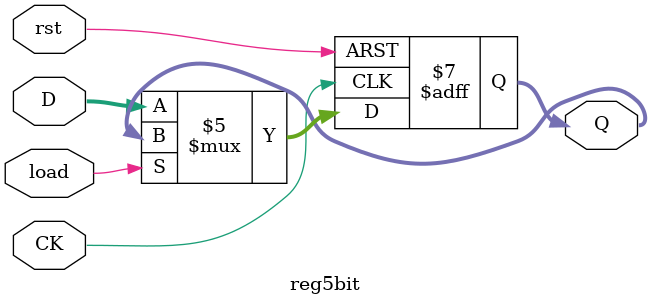
<source format=v>
module reg5bit(CK, rst, load, D, Q);
input CK, rst, load;
input [4:0] D;
output reg [4:0] Q;

// ✅ FIX: add initial reset for simulation stability
initial Q = 5'b00000;

always @ (posedge CK or negedge rst) begin
    if (!rst)
        Q <= 5'b00000;
    else if (!load)   // ✅ load active LOW (same as your testbench)
        Q <= D;
end
endmodule

</source>
